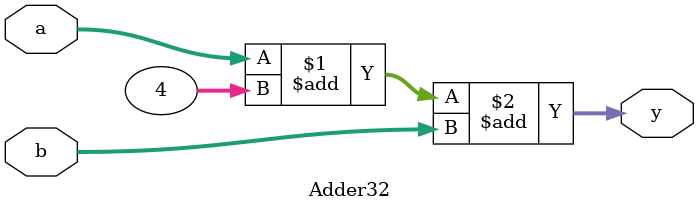
<source format=v>
`timescale 1ns / 1ps
module Adder32(
    input [31:0] a,
    input [31:0] b,
    output [31:0] y
    );
	assign y=a+4+b;

endmodule

</source>
